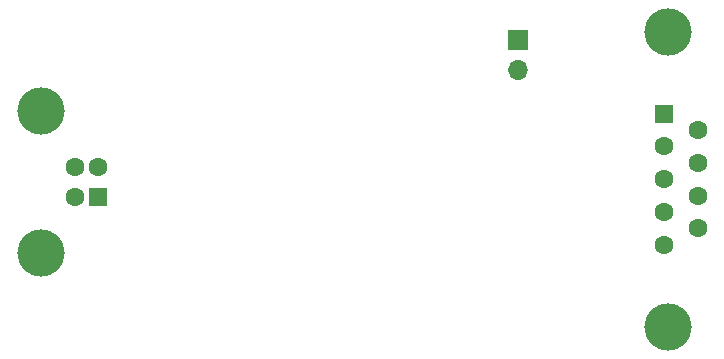
<source format=gbr>
%TF.GenerationSoftware,KiCad,Pcbnew,8.0.0*%
%TF.CreationDate,2024-03-17T15:10:11+09:00*%
%TF.ProjectId,USB-to-RS485-Converter-Small,5553422d-746f-42d5-9253-3438352d436f,1.0*%
%TF.SameCoordinates,Original*%
%TF.FileFunction,Soldermask,Bot*%
%TF.FilePolarity,Negative*%
%FSLAX46Y46*%
G04 Gerber Fmt 4.6, Leading zero omitted, Abs format (unit mm)*
G04 Created by KiCad (PCBNEW 8.0.0) date 2024-03-17 15:10:11*
%MOMM*%
%LPD*%
G01*
G04 APERTURE LIST*
%ADD10R,1.600000X1.600000*%
%ADD11C,1.600000*%
%ADD12C,4.000000*%
%ADD13R,1.700000X1.700000*%
%ADD14O,1.700000X1.700000*%
G04 APERTURE END LIST*
D10*
%TO.C,J2*%
X124187500Y-102087500D03*
D11*
X124187500Y-99587500D03*
X122187500Y-99587500D03*
X122187500Y-102087500D03*
D12*
X119327500Y-106837500D03*
X119327500Y-94837500D03*
%TD*%
D13*
%TO.C,J1*%
X159687500Y-88812500D03*
D14*
X159687500Y-91352500D03*
%TD*%
D12*
%TO.C,J3*%
X172407169Y-113077500D03*
X172407169Y-88077500D03*
D10*
X172107169Y-95037500D03*
D11*
X172107169Y-97807500D03*
X172107169Y-100577500D03*
X172107169Y-103347500D03*
X172107169Y-106117500D03*
X174947169Y-96422500D03*
X174947169Y-99192500D03*
X174947169Y-101962500D03*
X174947169Y-104732500D03*
%TD*%
M02*

</source>
